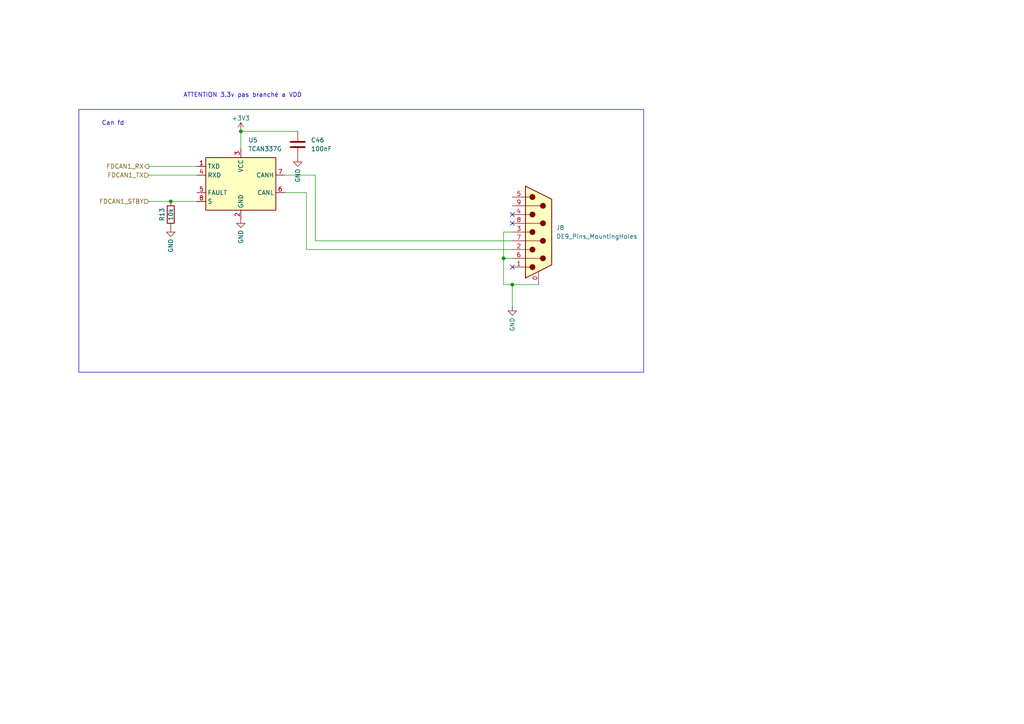
<source format=kicad_sch>
(kicad_sch
	(version 20250114)
	(generator "eeschema")
	(generator_version "9.0")
	(uuid "a7b6947d-93d4-4bfb-a4e0-29ca1893a756")
	(paper "A4")
	(lib_symbols
		(symbol "Connector:DE9_Pins_MountingHoles"
			(pin_names
				(offset 1.016)
				(hide yes)
			)
			(exclude_from_sim no)
			(in_bom yes)
			(on_board yes)
			(property "Reference" "J"
				(at 0 16.51 0)
				(effects
					(font
						(size 1.27 1.27)
					)
				)
			)
			(property "Value" "DE9_Pins_MountingHoles"
				(at 0 14.605 0)
				(effects
					(font
						(size 1.27 1.27)
					)
				)
			)
			(property "Footprint" ""
				(at 0 0 0)
				(effects
					(font
						(size 1.27 1.27)
					)
					(hide yes)
				)
			)
			(property "Datasheet" "~"
				(at 0 0 0)
				(effects
					(font
						(size 1.27 1.27)
					)
					(hide yes)
				)
			)
			(property "Description" "9-pin D-SUB connector, pins (male), Mounting Hole"
				(at 0 0 0)
				(effects
					(font
						(size 1.27 1.27)
					)
					(hide yes)
				)
			)
			(property "ki_keywords" "DSUB DB9"
				(at 0 0 0)
				(effects
					(font
						(size 1.27 1.27)
					)
					(hide yes)
				)
			)
			(property "ki_fp_filters" "DSUB*Pins*"
				(at 0 0 0)
				(effects
					(font
						(size 1.27 1.27)
					)
					(hide yes)
				)
			)
			(symbol "DE9_Pins_MountingHoles_0_1"
				(polyline
					(pts
						(xy -3.81 10.16) (xy -2.54 10.16)
					)
					(stroke
						(width 0)
						(type default)
					)
					(fill
						(type none)
					)
				)
				(polyline
					(pts
						(xy -3.81 7.62) (xy 0.508 7.62)
					)
					(stroke
						(width 0)
						(type default)
					)
					(fill
						(type none)
					)
				)
				(polyline
					(pts
						(xy -3.81 5.08) (xy -2.54 5.08)
					)
					(stroke
						(width 0)
						(type default)
					)
					(fill
						(type none)
					)
				)
				(polyline
					(pts
						(xy -3.81 2.54) (xy 0.508 2.54)
					)
					(stroke
						(width 0)
						(type default)
					)
					(fill
						(type none)
					)
				)
				(polyline
					(pts
						(xy -3.81 0) (xy -2.54 0)
					)
					(stroke
						(width 0)
						(type default)
					)
					(fill
						(type none)
					)
				)
				(polyline
					(pts
						(xy -3.81 -2.54) (xy 0.508 -2.54)
					)
					(stroke
						(width 0)
						(type default)
					)
					(fill
						(type none)
					)
				)
				(polyline
					(pts
						(xy -3.81 -5.08) (xy -2.54 -5.08)
					)
					(stroke
						(width 0)
						(type default)
					)
					(fill
						(type none)
					)
				)
				(polyline
					(pts
						(xy -3.81 -7.62) (xy 0.508 -7.62)
					)
					(stroke
						(width 0)
						(type default)
					)
					(fill
						(type none)
					)
				)
				(polyline
					(pts
						(xy -3.81 -10.16) (xy -2.54 -10.16)
					)
					(stroke
						(width 0)
						(type default)
					)
					(fill
						(type none)
					)
				)
				(polyline
					(pts
						(xy -3.81 -13.335) (xy -3.81 13.335) (xy 3.81 9.525) (xy 3.81 -9.525) (xy -3.81 -13.335)
					)
					(stroke
						(width 0.254)
						(type default)
					)
					(fill
						(type background)
					)
				)
				(circle
					(center -1.778 10.16)
					(radius 0.762)
					(stroke
						(width 0)
						(type default)
					)
					(fill
						(type outline)
					)
				)
				(circle
					(center -1.778 5.08)
					(radius 0.762)
					(stroke
						(width 0)
						(type default)
					)
					(fill
						(type outline)
					)
				)
				(circle
					(center -1.778 0)
					(radius 0.762)
					(stroke
						(width 0)
						(type default)
					)
					(fill
						(type outline)
					)
				)
				(circle
					(center -1.778 -5.08)
					(radius 0.762)
					(stroke
						(width 0)
						(type default)
					)
					(fill
						(type outline)
					)
				)
				(circle
					(center -1.778 -10.16)
					(radius 0.762)
					(stroke
						(width 0)
						(type default)
					)
					(fill
						(type outline)
					)
				)
				(circle
					(center 1.27 7.62)
					(radius 0.762)
					(stroke
						(width 0)
						(type default)
					)
					(fill
						(type outline)
					)
				)
				(circle
					(center 1.27 2.54)
					(radius 0.762)
					(stroke
						(width 0)
						(type default)
					)
					(fill
						(type outline)
					)
				)
				(circle
					(center 1.27 -2.54)
					(radius 0.762)
					(stroke
						(width 0)
						(type default)
					)
					(fill
						(type outline)
					)
				)
				(circle
					(center 1.27 -7.62)
					(radius 0.762)
					(stroke
						(width 0)
						(type default)
					)
					(fill
						(type outline)
					)
				)
			)
			(symbol "DE9_Pins_MountingHoles_1_1"
				(pin passive line
					(at -7.62 10.16 0)
					(length 3.81)
					(name "5"
						(effects
							(font
								(size 1.27 1.27)
							)
						)
					)
					(number "5"
						(effects
							(font
								(size 1.27 1.27)
							)
						)
					)
				)
				(pin passive line
					(at -7.62 7.62 0)
					(length 3.81)
					(name "9"
						(effects
							(font
								(size 1.27 1.27)
							)
						)
					)
					(number "9"
						(effects
							(font
								(size 1.27 1.27)
							)
						)
					)
				)
				(pin passive line
					(at -7.62 5.08 0)
					(length 3.81)
					(name "4"
						(effects
							(font
								(size 1.27 1.27)
							)
						)
					)
					(number "4"
						(effects
							(font
								(size 1.27 1.27)
							)
						)
					)
				)
				(pin passive line
					(at -7.62 2.54 0)
					(length 3.81)
					(name "8"
						(effects
							(font
								(size 1.27 1.27)
							)
						)
					)
					(number "8"
						(effects
							(font
								(size 1.27 1.27)
							)
						)
					)
				)
				(pin passive line
					(at -7.62 0 0)
					(length 3.81)
					(name "3"
						(effects
							(font
								(size 1.27 1.27)
							)
						)
					)
					(number "3"
						(effects
							(font
								(size 1.27 1.27)
							)
						)
					)
				)
				(pin passive line
					(at -7.62 -2.54 0)
					(length 3.81)
					(name "7"
						(effects
							(font
								(size 1.27 1.27)
							)
						)
					)
					(number "7"
						(effects
							(font
								(size 1.27 1.27)
							)
						)
					)
				)
				(pin passive line
					(at -7.62 -5.08 0)
					(length 3.81)
					(name "2"
						(effects
							(font
								(size 1.27 1.27)
							)
						)
					)
					(number "2"
						(effects
							(font
								(size 1.27 1.27)
							)
						)
					)
				)
				(pin passive line
					(at -7.62 -7.62 0)
					(length 3.81)
					(name "6"
						(effects
							(font
								(size 1.27 1.27)
							)
						)
					)
					(number "6"
						(effects
							(font
								(size 1.27 1.27)
							)
						)
					)
				)
				(pin passive line
					(at -7.62 -10.16 0)
					(length 3.81)
					(name "1"
						(effects
							(font
								(size 1.27 1.27)
							)
						)
					)
					(number "1"
						(effects
							(font
								(size 1.27 1.27)
							)
						)
					)
				)
				(pin passive line
					(at 0 -15.24 90)
					(length 3.81)
					(name "PAD"
						(effects
							(font
								(size 1.27 1.27)
							)
						)
					)
					(number "0"
						(effects
							(font
								(size 1.27 1.27)
							)
						)
					)
				)
			)
			(embedded_fonts no)
		)
		(symbol "Device:C"
			(pin_numbers
				(hide yes)
			)
			(pin_names
				(offset 0.254)
			)
			(exclude_from_sim no)
			(in_bom yes)
			(on_board yes)
			(property "Reference" "C"
				(at 0.635 2.54 0)
				(effects
					(font
						(size 1.27 1.27)
					)
					(justify left)
				)
			)
			(property "Value" "C"
				(at 0.635 -2.54 0)
				(effects
					(font
						(size 1.27 1.27)
					)
					(justify left)
				)
			)
			(property "Footprint" ""
				(at 0.9652 -3.81 0)
				(effects
					(font
						(size 1.27 1.27)
					)
					(hide yes)
				)
			)
			(property "Datasheet" "~"
				(at 0 0 0)
				(effects
					(font
						(size 1.27 1.27)
					)
					(hide yes)
				)
			)
			(property "Description" "Unpolarized capacitor"
				(at 0 0 0)
				(effects
					(font
						(size 1.27 1.27)
					)
					(hide yes)
				)
			)
			(property "ki_keywords" "cap capacitor"
				(at 0 0 0)
				(effects
					(font
						(size 1.27 1.27)
					)
					(hide yes)
				)
			)
			(property "ki_fp_filters" "C_*"
				(at 0 0 0)
				(effects
					(font
						(size 1.27 1.27)
					)
					(hide yes)
				)
			)
			(symbol "C_0_1"
				(polyline
					(pts
						(xy -2.032 0.762) (xy 2.032 0.762)
					)
					(stroke
						(width 0.508)
						(type default)
					)
					(fill
						(type none)
					)
				)
				(polyline
					(pts
						(xy -2.032 -0.762) (xy 2.032 -0.762)
					)
					(stroke
						(width 0.508)
						(type default)
					)
					(fill
						(type none)
					)
				)
			)
			(symbol "C_1_1"
				(pin passive line
					(at 0 3.81 270)
					(length 2.794)
					(name "~"
						(effects
							(font
								(size 1.27 1.27)
							)
						)
					)
					(number "1"
						(effects
							(font
								(size 1.27 1.27)
							)
						)
					)
				)
				(pin passive line
					(at 0 -3.81 90)
					(length 2.794)
					(name "~"
						(effects
							(font
								(size 1.27 1.27)
							)
						)
					)
					(number "2"
						(effects
							(font
								(size 1.27 1.27)
							)
						)
					)
				)
			)
			(embedded_fonts no)
		)
		(symbol "Device:R"
			(pin_numbers
				(hide yes)
			)
			(pin_names
				(offset 0)
			)
			(exclude_from_sim no)
			(in_bom yes)
			(on_board yes)
			(property "Reference" "R"
				(at 2.032 0 90)
				(effects
					(font
						(size 1.27 1.27)
					)
				)
			)
			(property "Value" "R"
				(at 0 0 90)
				(effects
					(font
						(size 1.27 1.27)
					)
				)
			)
			(property "Footprint" ""
				(at -1.778 0 90)
				(effects
					(font
						(size 1.27 1.27)
					)
					(hide yes)
				)
			)
			(property "Datasheet" "~"
				(at 0 0 0)
				(effects
					(font
						(size 1.27 1.27)
					)
					(hide yes)
				)
			)
			(property "Description" "Resistor"
				(at 0 0 0)
				(effects
					(font
						(size 1.27 1.27)
					)
					(hide yes)
				)
			)
			(property "ki_keywords" "R res resistor"
				(at 0 0 0)
				(effects
					(font
						(size 1.27 1.27)
					)
					(hide yes)
				)
			)
			(property "ki_fp_filters" "R_*"
				(at 0 0 0)
				(effects
					(font
						(size 1.27 1.27)
					)
					(hide yes)
				)
			)
			(symbol "R_0_1"
				(rectangle
					(start -1.016 -2.54)
					(end 1.016 2.54)
					(stroke
						(width 0.254)
						(type default)
					)
					(fill
						(type none)
					)
				)
			)
			(symbol "R_1_1"
				(pin passive line
					(at 0 3.81 270)
					(length 1.27)
					(name "~"
						(effects
							(font
								(size 1.27 1.27)
							)
						)
					)
					(number "1"
						(effects
							(font
								(size 1.27 1.27)
							)
						)
					)
				)
				(pin passive line
					(at 0 -3.81 90)
					(length 1.27)
					(name "~"
						(effects
							(font
								(size 1.27 1.27)
							)
						)
					)
					(number "2"
						(effects
							(font
								(size 1.27 1.27)
							)
						)
					)
				)
			)
			(embedded_fonts no)
		)
		(symbol "Interface_CAN_LIN:TCAN337G"
			(exclude_from_sim no)
			(in_bom yes)
			(on_board yes)
			(property "Reference" "U"
				(at -10.16 8.89 0)
				(effects
					(font
						(size 1.27 1.27)
					)
					(justify left)
				)
			)
			(property "Value" "TCAN337G"
				(at 2.54 8.89 0)
				(effects
					(font
						(size 1.27 1.27)
					)
					(justify left)
				)
			)
			(property "Footprint" ""
				(at 0 -12.7 0)
				(effects
					(font
						(size 1.27 1.27)
						(italic yes)
					)
					(hide yes)
				)
			)
			(property "Datasheet" "http://www.ti.com/lit/ds/symlink/tcan337.pdf"
				(at 0 0 0)
				(effects
					(font
						(size 1.27 1.27)
					)
					(hide yes)
				)
			)
			(property "Description" "High-Speed CAN Transceiver with CAN FD, 5Mbps, 3.3V supply, silent mode, fault output, SOT-23-8/SOIC-8"
				(at 0 0 0)
				(effects
					(font
						(size 1.27 1.27)
					)
					(hide yes)
				)
			)
			(property "ki_keywords" "High-Speed CAN Transceiver"
				(at 0 0 0)
				(effects
					(font
						(size 1.27 1.27)
					)
					(hide yes)
				)
			)
			(property "ki_fp_filters" "*TSOT?23* *SOIC*3.9x4.9mm*P1.27mm*"
				(at 0 0 0)
				(effects
					(font
						(size 1.27 1.27)
					)
					(hide yes)
				)
			)
			(symbol "TCAN337G_0_1"
				(rectangle
					(start -10.16 7.62)
					(end 10.16 -7.62)
					(stroke
						(width 0.254)
						(type default)
					)
					(fill
						(type background)
					)
				)
			)
			(symbol "TCAN337G_1_1"
				(pin input line
					(at -12.7 5.08 0)
					(length 2.54)
					(name "TXD"
						(effects
							(font
								(size 1.27 1.27)
							)
						)
					)
					(number "1"
						(effects
							(font
								(size 1.27 1.27)
							)
						)
					)
				)
				(pin tri_state line
					(at -12.7 2.54 0)
					(length 2.54)
					(name "RXD"
						(effects
							(font
								(size 1.27 1.27)
							)
						)
					)
					(number "4"
						(effects
							(font
								(size 1.27 1.27)
							)
						)
					)
				)
				(pin open_collector line
					(at -12.7 -2.54 0)
					(length 2.54)
					(name "FAULT"
						(effects
							(font
								(size 1.27 1.27)
							)
						)
					)
					(number "5"
						(effects
							(font
								(size 1.27 1.27)
							)
						)
					)
				)
				(pin input line
					(at -12.7 -5.08 0)
					(length 2.54)
					(name "S"
						(effects
							(font
								(size 1.27 1.27)
							)
						)
					)
					(number "8"
						(effects
							(font
								(size 1.27 1.27)
							)
						)
					)
				)
				(pin power_in line
					(at 0 10.16 270)
					(length 2.54)
					(name "VCC"
						(effects
							(font
								(size 1.27 1.27)
							)
						)
					)
					(number "3"
						(effects
							(font
								(size 1.27 1.27)
							)
						)
					)
				)
				(pin power_in line
					(at 0 -10.16 90)
					(length 2.54)
					(name "GND"
						(effects
							(font
								(size 1.27 1.27)
							)
						)
					)
					(number "2"
						(effects
							(font
								(size 1.27 1.27)
							)
						)
					)
				)
				(pin bidirectional line
					(at 12.7 2.54 180)
					(length 2.54)
					(name "CANH"
						(effects
							(font
								(size 1.27 1.27)
							)
						)
					)
					(number "7"
						(effects
							(font
								(size 1.27 1.27)
							)
						)
					)
				)
				(pin bidirectional line
					(at 12.7 -2.54 180)
					(length 2.54)
					(name "CANL"
						(effects
							(font
								(size 1.27 1.27)
							)
						)
					)
					(number "6"
						(effects
							(font
								(size 1.27 1.27)
							)
						)
					)
				)
			)
			(embedded_fonts no)
		)
		(symbol "power:+3V3"
			(power)
			(pin_numbers
				(hide yes)
			)
			(pin_names
				(offset 0)
				(hide yes)
			)
			(exclude_from_sim no)
			(in_bom yes)
			(on_board yes)
			(property "Reference" "#PWR"
				(at 0 -3.81 0)
				(effects
					(font
						(size 1.27 1.27)
					)
					(hide yes)
				)
			)
			(property "Value" "+3V3"
				(at 0 3.556 0)
				(effects
					(font
						(size 1.27 1.27)
					)
				)
			)
			(property "Footprint" ""
				(at 0 0 0)
				(effects
					(font
						(size 1.27 1.27)
					)
					(hide yes)
				)
			)
			(property "Datasheet" ""
				(at 0 0 0)
				(effects
					(font
						(size 1.27 1.27)
					)
					(hide yes)
				)
			)
			(property "Description" "Power symbol creates a global label with name \"+3V3\""
				(at 0 0 0)
				(effects
					(font
						(size 1.27 1.27)
					)
					(hide yes)
				)
			)
			(property "ki_keywords" "global power"
				(at 0 0 0)
				(effects
					(font
						(size 1.27 1.27)
					)
					(hide yes)
				)
			)
			(symbol "+3V3_0_1"
				(polyline
					(pts
						(xy -0.762 1.27) (xy 0 2.54)
					)
					(stroke
						(width 0)
						(type default)
					)
					(fill
						(type none)
					)
				)
				(polyline
					(pts
						(xy 0 2.54) (xy 0.762 1.27)
					)
					(stroke
						(width 0)
						(type default)
					)
					(fill
						(type none)
					)
				)
				(polyline
					(pts
						(xy 0 0) (xy 0 2.54)
					)
					(stroke
						(width 0)
						(type default)
					)
					(fill
						(type none)
					)
				)
			)
			(symbol "+3V3_1_1"
				(pin power_in line
					(at 0 0 90)
					(length 0)
					(name "~"
						(effects
							(font
								(size 1.27 1.27)
							)
						)
					)
					(number "1"
						(effects
							(font
								(size 1.27 1.27)
							)
						)
					)
				)
			)
			(embedded_fonts no)
		)
		(symbol "power:GND"
			(power)
			(pin_numbers
				(hide yes)
			)
			(pin_names
				(offset 0)
				(hide yes)
			)
			(exclude_from_sim no)
			(in_bom yes)
			(on_board yes)
			(property "Reference" "#PWR"
				(at 0 -6.35 0)
				(effects
					(font
						(size 1.27 1.27)
					)
					(hide yes)
				)
			)
			(property "Value" "GND"
				(at 0 -3.81 0)
				(effects
					(font
						(size 1.27 1.27)
					)
				)
			)
			(property "Footprint" ""
				(at 0 0 0)
				(effects
					(font
						(size 1.27 1.27)
					)
					(hide yes)
				)
			)
			(property "Datasheet" ""
				(at 0 0 0)
				(effects
					(font
						(size 1.27 1.27)
					)
					(hide yes)
				)
			)
			(property "Description" "Power symbol creates a global label with name \"GND\" , ground"
				(at 0 0 0)
				(effects
					(font
						(size 1.27 1.27)
					)
					(hide yes)
				)
			)
			(property "ki_keywords" "global power"
				(at 0 0 0)
				(effects
					(font
						(size 1.27 1.27)
					)
					(hide yes)
				)
			)
			(symbol "GND_0_1"
				(polyline
					(pts
						(xy 0 0) (xy 0 -1.27) (xy 1.27 -1.27) (xy 0 -2.54) (xy -1.27 -1.27) (xy 0 -1.27)
					)
					(stroke
						(width 0)
						(type default)
					)
					(fill
						(type none)
					)
				)
			)
			(symbol "GND_1_1"
				(pin power_in line
					(at 0 0 270)
					(length 0)
					(name "~"
						(effects
							(font
								(size 1.27 1.27)
							)
						)
					)
					(number "1"
						(effects
							(font
								(size 1.27 1.27)
							)
						)
					)
				)
			)
			(embedded_fonts no)
		)
	)
	(rectangle
		(start 22.86 31.75)
		(end 186.69 107.95)
		(stroke
			(width 0)
			(type default)
		)
		(fill
			(type none)
		)
		(uuid f917986a-974f-43b9-b32f-e9a0d28dc4e7)
	)
	(text "Can fd\n"
		(exclude_from_sim no)
		(at 32.766 35.814 0)
		(effects
			(font
				(size 1.27 1.27)
			)
		)
		(uuid "60c19514-7196-48c5-aaf8-63edfa94cd57")
	)
	(text "ATTENTION 3.3v pas branché a VDD"
		(exclude_from_sim no)
		(at 70.358 27.686 0)
		(effects
			(font
				(size 1.27 1.27)
			)
		)
		(uuid "70c2eb61-1b62-47e7-abf0-ba13390992e3")
	)
	(junction
		(at 146.05 74.93)
		(diameter 0)
		(color 0 0 0 0)
		(uuid "10abf8a5-3c57-4863-8a26-cb1fd62994a8")
	)
	(junction
		(at 148.59 82.55)
		(diameter 0)
		(color 0 0 0 0)
		(uuid "21ced8a5-e77e-42ad-b6a7-7dd310cc7fcc")
	)
	(junction
		(at 49.53 58.42)
		(diameter 0)
		(color 0 0 0 0)
		(uuid "85046dd6-4e1b-4625-9c27-2ed7d299fb41")
	)
	(junction
		(at 69.85 38.1)
		(diameter 0)
		(color 0 0 0 0)
		(uuid "b154e02b-7c87-4521-a3e3-286feb370452")
	)
	(no_connect
		(at 148.59 77.47)
		(uuid "9de6b4db-1c57-4d21-b6d1-f45502b8a6ba")
	)
	(no_connect
		(at 148.59 64.77)
		(uuid "b1a3f76a-89d9-4446-9590-312705514f54")
	)
	(no_connect
		(at 148.59 62.23)
		(uuid "f386a357-1761-4591-beef-af35e1865fb6")
	)
	(wire
		(pts
			(xy 88.9 55.88) (xy 88.9 72.39)
		)
		(stroke
			(width 0)
			(type default)
		)
		(uuid "0c36986a-f6ef-44d7-bac7-bec655d37310")
	)
	(wire
		(pts
			(xy 148.59 74.93) (xy 146.05 74.93)
		)
		(stroke
			(width 0)
			(type default)
		)
		(uuid "2710b3ff-d412-4469-98dc-ab345edfa662")
	)
	(wire
		(pts
			(xy 91.44 69.85) (xy 91.44 50.8)
		)
		(stroke
			(width 0)
			(type default)
		)
		(uuid "32bf80b8-0e2c-4c10-b470-473a950a71d6")
	)
	(wire
		(pts
			(xy 148.59 82.55) (xy 148.59 88.9)
		)
		(stroke
			(width 0)
			(type default)
		)
		(uuid "4c4a130d-531a-4880-91ff-80715fcdd7bd")
	)
	(wire
		(pts
			(xy 88.9 72.39) (xy 148.59 72.39)
		)
		(stroke
			(width 0)
			(type default)
		)
		(uuid "53b6b91d-03ac-40d5-bc96-d204b832d2d1")
	)
	(wire
		(pts
			(xy 148.59 67.31) (xy 146.05 67.31)
		)
		(stroke
			(width 0)
			(type default)
		)
		(uuid "5a3f4524-34e3-4d30-802b-de33b5fed2ca")
	)
	(wire
		(pts
			(xy 43.18 58.42) (xy 49.53 58.42)
		)
		(stroke
			(width 0)
			(type default)
		)
		(uuid "7aacddff-ee91-4194-a3b1-c5d2f90cae5b")
	)
	(wire
		(pts
			(xy 43.18 48.26) (xy 57.15 48.26)
		)
		(stroke
			(width 0)
			(type default)
		)
		(uuid "9265e58a-e1d6-4e0c-ac01-0ccb284bc6ec")
	)
	(wire
		(pts
			(xy 146.05 74.93) (xy 146.05 82.55)
		)
		(stroke
			(width 0)
			(type default)
		)
		(uuid "9cff5ab0-4b51-4e3a-a096-c46626836981")
	)
	(wire
		(pts
			(xy 69.85 38.1) (xy 86.36 38.1)
		)
		(stroke
			(width 0)
			(type default)
		)
		(uuid "b3d1fa81-1e46-49ca-827e-47ed8d837495")
	)
	(wire
		(pts
			(xy 91.44 50.8) (xy 82.55 50.8)
		)
		(stroke
			(width 0)
			(type default)
		)
		(uuid "b5c828c1-2534-4c16-96d8-ecac0178bdc1")
	)
	(wire
		(pts
			(xy 43.18 50.8) (xy 57.15 50.8)
		)
		(stroke
			(width 0)
			(type default)
		)
		(uuid "bc9f1f57-0a14-4a9e-a075-64207ca74480")
	)
	(wire
		(pts
			(xy 82.55 55.88) (xy 88.9 55.88)
		)
		(stroke
			(width 0)
			(type default)
		)
		(uuid "bca1a0eb-133f-401e-a4d4-ba2a5f2cbfe7")
	)
	(wire
		(pts
			(xy 49.53 58.42) (xy 57.15 58.42)
		)
		(stroke
			(width 0)
			(type default)
		)
		(uuid "c41fd96a-60cb-4f2f-ad06-14e33e827d3c")
	)
	(wire
		(pts
			(xy 156.21 82.55) (xy 148.59 82.55)
		)
		(stroke
			(width 0)
			(type default)
		)
		(uuid "dfa817ab-163f-4b5d-96a8-de17e4cd23af")
	)
	(wire
		(pts
			(xy 69.85 43.18) (xy 69.85 38.1)
		)
		(stroke
			(width 0)
			(type default)
		)
		(uuid "ef13e554-dd55-4e39-80e1-1a05c706adc5")
	)
	(wire
		(pts
			(xy 148.59 69.85) (xy 91.44 69.85)
		)
		(stroke
			(width 0)
			(type default)
		)
		(uuid "f67b607f-1074-4647-a7a5-290227e92461")
	)
	(wire
		(pts
			(xy 146.05 82.55) (xy 148.59 82.55)
		)
		(stroke
			(width 0)
			(type default)
		)
		(uuid "f867560d-579b-4064-8393-f8533c2afe07")
	)
	(wire
		(pts
			(xy 146.05 67.31) (xy 146.05 74.93)
		)
		(stroke
			(width 0)
			(type default)
		)
		(uuid "fe639ea9-4335-4b7e-affa-c67d93a68b82")
	)
	(hierarchical_label "FDCAN1_RX"
		(shape output)
		(at 43.18 48.26 180)
		(effects
			(font
				(size 1.27 1.27)
			)
			(justify right)
		)
		(uuid "0f6948b7-902e-48ce-923e-53cf21d45cd0")
	)
	(hierarchical_label "FDCAN1_STBY"
		(shape input)
		(at 43.18 58.42 180)
		(effects
			(font
				(size 1.27 1.27)
			)
			(justify right)
		)
		(uuid "7f375a69-60fc-4490-97a8-044a6b7a75fd")
	)
	(hierarchical_label "FDCAN1_TX"
		(shape input)
		(at 43.18 50.8 180)
		(effects
			(font
				(size 1.27 1.27)
			)
			(justify right)
		)
		(uuid "868e8fb8-7865-4733-83d5-cb833e6f4d83")
	)
	(symbol
		(lib_id "power:+3V3")
		(at 69.85 38.1 0)
		(mirror y)
		(unit 1)
		(exclude_from_sim no)
		(in_bom yes)
		(on_board yes)
		(dnp no)
		(uuid "0ff7544d-5818-41f2-9079-b4cd7c0b9bd4")
		(property "Reference" "#PWR074"
			(at 69.85 41.91 0)
			(effects
				(font
					(size 1.27 1.27)
				)
				(hide yes)
			)
		)
		(property "Value" "+3V3"
			(at 69.85 34.29 0)
			(effects
				(font
					(size 1.27 1.27)
				)
			)
		)
		(property "Footprint" ""
			(at 69.85 38.1 0)
			(effects
				(font
					(size 1.27 1.27)
				)
				(hide yes)
			)
		)
		(property "Datasheet" ""
			(at 69.85 38.1 0)
			(effects
				(font
					(size 1.27 1.27)
				)
				(hide yes)
			)
		)
		(property "Description" "Power symbol creates a global label with name \"+3V3\""
			(at 69.85 38.1 0)
			(effects
				(font
					(size 1.27 1.27)
				)
				(hide yes)
			)
		)
		(pin "1"
			(uuid "02f1b40b-74f9-4dab-a0a5-2a7222846e4b")
		)
		(instances
			(project "engine-control-unit_prototype"
				(path "/4da294f1-7505-49eb-91fe-5b5cfad6e8fb/2469e973-1fee-44cf-8019-cdd458641741"
					(reference "#PWR074")
					(unit 1)
				)
			)
		)
	)
	(symbol
		(lib_id "Device:R")
		(at 49.53 62.23 180)
		(unit 1)
		(exclude_from_sim no)
		(in_bom yes)
		(on_board yes)
		(dnp no)
		(uuid "12fc3de4-1075-404a-8b76-25026435d03e")
		(property "Reference" "R13"
			(at 46.99 62.23 90)
			(effects
				(font
					(size 1.27 1.27)
				)
			)
		)
		(property "Value" "10k"
			(at 49.53 62.23 90)
			(effects
				(font
					(size 1.27 1.27)
				)
			)
		)
		(property "Footprint" "Resistor_SMD:R_0603_1608Metric_Pad0.98x0.95mm_HandSolder"
			(at 51.308 62.23 90)
			(effects
				(font
					(size 1.27 1.27)
				)
				(hide yes)
			)
		)
		(property "Datasheet" "~"
			(at 49.53 62.23 0)
			(effects
				(font
					(size 1.27 1.27)
				)
				(hide yes)
			)
		)
		(property "Description" "Resistor"
			(at 49.53 62.23 0)
			(effects
				(font
					(size 1.27 1.27)
				)
				(hide yes)
			)
		)
		(property "Link" "https://www.digikey.ca/en/products/detail/epson/FC2012SN-32-768K-90NNA0KC0/21434381"
			(at 49.53 62.23 0)
			(effects
				(font
					(size 1.27 1.27)
				)
				(hide yes)
			)
		)
		(pin "1"
			(uuid "d8b12f70-bdf5-400f-9697-5d2d17efff06")
		)
		(pin "2"
			(uuid "2280a4c4-7302-4859-ac75-58ea1c9f5fd1")
		)
		(instances
			(project "engine-control-unit_prototype"
				(path "/4da294f1-7505-49eb-91fe-5b5cfad6e8fb/2469e973-1fee-44cf-8019-cdd458641741"
					(reference "R13")
					(unit 1)
				)
			)
		)
	)
	(symbol
		(lib_id "Interface_CAN_LIN:TCAN337G")
		(at 69.85 53.34 0)
		(unit 1)
		(exclude_from_sim no)
		(in_bom yes)
		(on_board yes)
		(dnp no)
		(fields_autoplaced yes)
		(uuid "2bfc303c-55ca-470c-93e8-2da5c13c08fa")
		(property "Reference" "U5"
			(at 71.9933 40.64 0)
			(effects
				(font
					(size 1.27 1.27)
				)
				(justify left)
			)
		)
		(property "Value" "TCAN337G"
			(at 71.9933 43.18 0)
			(effects
				(font
					(size 1.27 1.27)
				)
				(justify left)
			)
		)
		(property "Footprint" ""
			(at 69.85 66.04 0)
			(effects
				(font
					(size 1.27 1.27)
					(italic yes)
				)
				(hide yes)
			)
		)
		(property "Datasheet" "http://www.ti.com/lit/ds/symlink/tcan337.pdf"
			(at 69.85 53.34 0)
			(effects
				(font
					(size 1.27 1.27)
				)
				(hide yes)
			)
		)
		(property "Description" "High-Speed CAN Transceiver with CAN FD, 5Mbps, 3.3V supply, silent mode, fault output, SOT-23-8/SOIC-8"
			(at 69.85 53.34 0)
			(effects
				(font
					(size 1.27 1.27)
				)
				(hide yes)
			)
		)
		(pin "1"
			(uuid "bff3900c-c52e-4d36-b04f-fe9902cd2f47")
		)
		(pin "4"
			(uuid "a092f976-9352-4dec-93a9-64b56e7e5663")
		)
		(pin "5"
			(uuid "03bd6c8b-94a3-4a33-b797-269a87aba0fd")
		)
		(pin "8"
			(uuid "f94ecc10-73aa-4395-9b00-81b36eaedb0b")
		)
		(pin "3"
			(uuid "e2e9886a-227d-4ce5-bd1d-0843dc719960")
		)
		(pin "2"
			(uuid "e97acd1f-5f2c-496a-bd8c-d27bcd7aa098")
		)
		(pin "7"
			(uuid "17d7a287-5c27-408b-ab3d-7e9f5b51cdb6")
		)
		(pin "6"
			(uuid "7dfac1f8-6e0a-4a09-9595-0b3f7f3b926f")
		)
		(instances
			(project "engine-control-unit_prototype"
				(path "/4da294f1-7505-49eb-91fe-5b5cfad6e8fb/2469e973-1fee-44cf-8019-cdd458641741"
					(reference "U5")
					(unit 1)
				)
			)
		)
	)
	(symbol
		(lib_id "Connector:DE9_Pins_MountingHoles")
		(at 156.21 67.31 0)
		(unit 1)
		(exclude_from_sim no)
		(in_bom yes)
		(on_board yes)
		(dnp no)
		(fields_autoplaced yes)
		(uuid "346a99cc-45f3-4163-87fb-9f30b5aade6a")
		(property "Reference" "J8"
			(at 161.29 66.0399 0)
			(effects
				(font
					(size 1.27 1.27)
				)
				(justify left)
			)
		)
		(property "Value" "DE9_Pins_MountingHoles"
			(at 161.29 68.5799 0)
			(effects
				(font
					(size 1.27 1.27)
				)
				(justify left)
			)
		)
		(property "Footprint" ""
			(at 156.21 67.31 0)
			(effects
				(font
					(size 1.27 1.27)
				)
				(hide yes)
			)
		)
		(property "Datasheet" "~"
			(at 156.21 67.31 0)
			(effects
				(font
					(size 1.27 1.27)
				)
				(hide yes)
			)
		)
		(property "Description" "9-pin D-SUB connector, pins (male), Mounting Hole"
			(at 156.21 67.31 0)
			(effects
				(font
					(size 1.27 1.27)
				)
				(hide yes)
			)
		)
		(pin "3"
			(uuid "868e5031-7f30-4358-b6d1-bde55ebba5e7")
		)
		(pin "1"
			(uuid "97a77e78-ec35-45f3-b59f-c3b351ef4c9f")
		)
		(pin "0"
			(uuid "763ec627-fde4-48c9-86b8-022d72c861c0")
		)
		(pin "6"
			(uuid "36c8819f-3ca3-4412-88ec-3d98c1a504c6")
		)
		(pin "8"
			(uuid "a74bfd73-7573-451a-be53-46d560edabeb")
		)
		(pin "4"
			(uuid "cf323758-4fc4-449f-b912-53ed57a36103")
		)
		(pin "9"
			(uuid "8a6db4d0-2754-4e15-a409-bdffbb5d943a")
		)
		(pin "7"
			(uuid "8d5447de-d98d-40a6-9fc8-cc23ef8571da")
		)
		(pin "5"
			(uuid "b9e574f5-d076-41c5-957b-8a4778b087f9")
		)
		(pin "2"
			(uuid "a0c9767e-daa0-40a1-9c00-1bffc8099310")
		)
		(instances
			(project "engine-control-unit_prototype"
				(path "/4da294f1-7505-49eb-91fe-5b5cfad6e8fb/2469e973-1fee-44cf-8019-cdd458641741"
					(reference "J8")
					(unit 1)
				)
			)
		)
	)
	(symbol
		(lib_id "power:GND")
		(at 86.36 45.72 0)
		(unit 1)
		(exclude_from_sim no)
		(in_bom yes)
		(on_board yes)
		(dnp no)
		(uuid "3bb8801a-25af-4d91-be5c-c36cc9fe91ec")
		(property "Reference" "#PWR075"
			(at 86.36 52.07 0)
			(effects
				(font
					(size 1.27 1.27)
				)
				(hide yes)
			)
		)
		(property "Value" "GND"
			(at 86.36 48.895 90)
			(effects
				(font
					(size 1.27 1.27)
				)
				(justify right)
			)
		)
		(property "Footprint" ""
			(at 86.36 45.72 0)
			(effects
				(font
					(size 1.27 1.27)
				)
				(hide yes)
			)
		)
		(property "Datasheet" ""
			(at 86.36 45.72 0)
			(effects
				(font
					(size 1.27 1.27)
				)
				(hide yes)
			)
		)
		(property "Description" "Power symbol creates a global label with name \"GND\" , ground"
			(at 86.36 45.72 0)
			(effects
				(font
					(size 1.27 1.27)
				)
				(hide yes)
			)
		)
		(pin "1"
			(uuid "e864f5e1-51c3-4fb6-9a5b-4df2f44f4cad")
		)
		(instances
			(project "engine-control-unit_prototype"
				(path "/4da294f1-7505-49eb-91fe-5b5cfad6e8fb/2469e973-1fee-44cf-8019-cdd458641741"
					(reference "#PWR075")
					(unit 1)
				)
			)
		)
	)
	(symbol
		(lib_id "Device:C")
		(at 86.36 41.91 0)
		(unit 1)
		(exclude_from_sim no)
		(in_bom yes)
		(on_board yes)
		(dnp no)
		(fields_autoplaced yes)
		(uuid "6a19400e-6747-4842-9fa8-1d2d1ae4f733")
		(property "Reference" "C46"
			(at 90.17 40.6399 0)
			(effects
				(font
					(size 1.27 1.27)
				)
				(justify left)
			)
		)
		(property "Value" "100nF"
			(at 90.17 43.1799 0)
			(effects
				(font
					(size 1.27 1.27)
				)
				(justify left)
			)
		)
		(property "Footprint" ""
			(at 87.3252 45.72 0)
			(effects
				(font
					(size 1.27 1.27)
				)
				(hide yes)
			)
		)
		(property "Datasheet" "~"
			(at 86.36 41.91 0)
			(effects
				(font
					(size 1.27 1.27)
				)
				(hide yes)
			)
		)
		(property "Description" "Unpolarized capacitor"
			(at 86.36 41.91 0)
			(effects
				(font
					(size 1.27 1.27)
				)
				(hide yes)
			)
		)
		(pin "1"
			(uuid "94da0bd8-27ca-4424-a291-6efef33ff4f1")
		)
		(pin "2"
			(uuid "b3a60198-a240-4c08-8fd9-486fa87c4a41")
		)
		(instances
			(project "engine-control-unit_prototype"
				(path "/4da294f1-7505-49eb-91fe-5b5cfad6e8fb/2469e973-1fee-44cf-8019-cdd458641741"
					(reference "C46")
					(unit 1)
				)
			)
		)
	)
	(symbol
		(lib_id "power:GND")
		(at 148.59 88.9 0)
		(unit 1)
		(exclude_from_sim no)
		(in_bom yes)
		(on_board yes)
		(dnp no)
		(uuid "8f1ee098-fe76-4ede-876c-ad4f03c5bc31")
		(property "Reference" "#PWR078"
			(at 148.59 95.25 0)
			(effects
				(font
					(size 1.27 1.27)
				)
				(hide yes)
			)
		)
		(property "Value" "GND"
			(at 148.59 92.075 90)
			(effects
				(font
					(size 1.27 1.27)
				)
				(justify right)
			)
		)
		(property "Footprint" ""
			(at 148.59 88.9 0)
			(effects
				(font
					(size 1.27 1.27)
				)
				(hide yes)
			)
		)
		(property "Datasheet" ""
			(at 148.59 88.9 0)
			(effects
				(font
					(size 1.27 1.27)
				)
				(hide yes)
			)
		)
		(property "Description" "Power symbol creates a global label with name \"GND\" , ground"
			(at 148.59 88.9 0)
			(effects
				(font
					(size 1.27 1.27)
				)
				(hide yes)
			)
		)
		(pin "1"
			(uuid "81ba6c2a-7f73-4ee9-a67c-016a74170f44")
		)
		(instances
			(project "engine-control-unit_prototype"
				(path "/4da294f1-7505-49eb-91fe-5b5cfad6e8fb/2469e973-1fee-44cf-8019-cdd458641741"
					(reference "#PWR078")
					(unit 1)
				)
			)
		)
	)
	(symbol
		(lib_id "power:GND")
		(at 69.85 63.5 0)
		(unit 1)
		(exclude_from_sim no)
		(in_bom yes)
		(on_board yes)
		(dnp no)
		(uuid "a49a8d85-d2a1-4ffd-811a-ad6cdaf7c2a6")
		(property "Reference" "#PWR076"
			(at 69.85 69.85 0)
			(effects
				(font
					(size 1.27 1.27)
				)
				(hide yes)
			)
		)
		(property "Value" "GND"
			(at 69.85 66.675 90)
			(effects
				(font
					(size 1.27 1.27)
				)
				(justify right)
			)
		)
		(property "Footprint" ""
			(at 69.85 63.5 0)
			(effects
				(font
					(size 1.27 1.27)
				)
				(hide yes)
			)
		)
		(property "Datasheet" ""
			(at 69.85 63.5 0)
			(effects
				(font
					(size 1.27 1.27)
				)
				(hide yes)
			)
		)
		(property "Description" "Power symbol creates a global label with name \"GND\" , ground"
			(at 69.85 63.5 0)
			(effects
				(font
					(size 1.27 1.27)
				)
				(hide yes)
			)
		)
		(pin "1"
			(uuid "3a44a641-c4f1-4cf0-b40d-ce8388794265")
		)
		(instances
			(project "engine-control-unit_prototype"
				(path "/4da294f1-7505-49eb-91fe-5b5cfad6e8fb/2469e973-1fee-44cf-8019-cdd458641741"
					(reference "#PWR076")
					(unit 1)
				)
			)
		)
	)
	(symbol
		(lib_id "power:GND")
		(at 49.53 66.04 0)
		(unit 1)
		(exclude_from_sim no)
		(in_bom yes)
		(on_board yes)
		(dnp no)
		(uuid "be5cd100-68b9-4744-bf49-3c61cb0f9fa8")
		(property "Reference" "#PWR077"
			(at 49.53 72.39 0)
			(effects
				(font
					(size 1.27 1.27)
				)
				(hide yes)
			)
		)
		(property "Value" "GND"
			(at 49.53 69.215 90)
			(effects
				(font
					(size 1.27 1.27)
				)
				(justify right)
			)
		)
		(property "Footprint" ""
			(at 49.53 66.04 0)
			(effects
				(font
					(size 1.27 1.27)
				)
				(hide yes)
			)
		)
		(property "Datasheet" ""
			(at 49.53 66.04 0)
			(effects
				(font
					(size 1.27 1.27)
				)
				(hide yes)
			)
		)
		(property "Description" "Power symbol creates a global label with name \"GND\" , ground"
			(at 49.53 66.04 0)
			(effects
				(font
					(size 1.27 1.27)
				)
				(hide yes)
			)
		)
		(pin "1"
			(uuid "2b00866e-fd61-47d2-b76b-1b29185169e7")
		)
		(instances
			(project "engine-control-unit_prototype"
				(path "/4da294f1-7505-49eb-91fe-5b5cfad6e8fb/2469e973-1fee-44cf-8019-cdd458641741"
					(reference "#PWR077")
					(unit 1)
				)
			)
		)
	)
)

</source>
